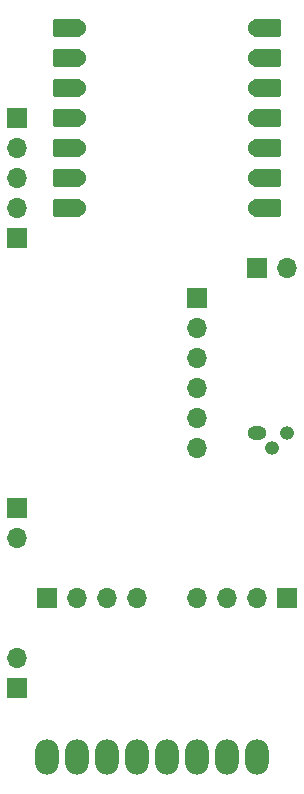
<source format=gts>
%TF.GenerationSoftware,KiCad,Pcbnew,8.0.5*%
%TF.CreationDate,2024-11-23T17:52:30+00:00*%
%TF.ProjectId,DataGadget,44617461-4761-4646-9765-742e6b696361,rev?*%
%TF.SameCoordinates,Original*%
%TF.FileFunction,Soldermask,Top*%
%TF.FilePolarity,Negative*%
%FSLAX46Y46*%
G04 Gerber Fmt 4.6, Leading zero omitted, Abs format (unit mm)*
G04 Created by KiCad (PCBNEW 8.0.5) date 2024-11-23 17:52:30*
%MOMM*%
%LPD*%
G01*
G04 APERTURE LIST*
G04 Aperture macros list*
%AMRoundRect*
0 Rectangle with rounded corners*
0 $1 Rounding radius*
0 $2 $3 $4 $5 $6 $7 $8 $9 X,Y pos of 4 corners*
0 Add a 4 corners polygon primitive as box body*
4,1,4,$2,$3,$4,$5,$6,$7,$8,$9,$2,$3,0*
0 Add four circle primitives for the rounded corners*
1,1,$1+$1,$2,$3*
1,1,$1+$1,$4,$5*
1,1,$1+$1,$6,$7*
1,1,$1+$1,$8,$9*
0 Add four rect primitives between the rounded corners*
20,1,$1+$1,$2,$3,$4,$5,0*
20,1,$1+$1,$4,$5,$6,$7,0*
20,1,$1+$1,$6,$7,$8,$9,0*
20,1,$1+$1,$8,$9,$2,$3,0*%
G04 Aperture macros list end*
%ADD10R,1.700000X1.700000*%
%ADD11O,1.700000X1.700000*%
%ADD12O,2.000000X3.000000*%
%ADD13RoundRect,0.152400X1.063600X0.609600X-1.063600X0.609600X-1.063600X-0.609600X1.063600X-0.609600X0*%
%ADD14C,1.524000*%
%ADD15RoundRect,0.152400X-1.063600X-0.609600X1.063600X-0.609600X1.063600X0.609600X-1.063600X0.609600X0*%
%ADD16O,1.600000X1.200000*%
%ADD17O,1.200000X1.200000*%
G04 APERTURE END LIST*
D10*
%TO.C,A1*%
X83820000Y-127000000D03*
D11*
X86360000Y-127000000D03*
X88900000Y-127000000D03*
X91440000Y-127000000D03*
%TD*%
D10*
%TO.C,J1*%
X104140000Y-127000000D03*
D11*
X101600000Y-127000000D03*
X99060000Y-127000000D03*
X96520000Y-127000000D03*
%TD*%
D10*
%TO.C,A3*%
X96520000Y-101600000D03*
D11*
X96520000Y-104140000D03*
X96520000Y-106680000D03*
X96520000Y-109220000D03*
X96520000Y-111760000D03*
X96520000Y-114300000D03*
%TD*%
D10*
%TO.C,BT1*%
X81280000Y-119380000D03*
D11*
X81280000Y-121920000D03*
%TD*%
D10*
%TO.C,SW1*%
X81280000Y-86360000D03*
D11*
X81280000Y-88900000D03*
X81280000Y-91440000D03*
%TD*%
D10*
%TO.C,J2*%
X81280000Y-96520000D03*
D11*
X81280000Y-93980000D03*
%TD*%
D12*
%TO.C,J4*%
X101600000Y-140500000D03*
X99060000Y-140500000D03*
X96520000Y-140500000D03*
X93980000Y-140500000D03*
X91440000Y-140500000D03*
X88900000Y-140500000D03*
X86360000Y-140500000D03*
X83820000Y-140500000D03*
%TD*%
D10*
%TO.C,C1*%
X101600000Y-99060000D03*
D11*
X104140000Y-99060000D03*
%TD*%
D13*
%TO.C,A2*%
X85525000Y-78740000D03*
D14*
X86360000Y-78740000D03*
D13*
X85525000Y-81280000D03*
D14*
X86360000Y-81280000D03*
D13*
X85525000Y-83820000D03*
D14*
X86360000Y-83820000D03*
D13*
X85525000Y-86360000D03*
D14*
X86360000Y-86360000D03*
D13*
X85525000Y-88900000D03*
D14*
X86360000Y-88900000D03*
D13*
X85525000Y-91440000D03*
D14*
X86360000Y-91440000D03*
D13*
X85525000Y-93980000D03*
D14*
X86360000Y-93980000D03*
X101600000Y-93980000D03*
D15*
X102435000Y-93980000D03*
D14*
X101600000Y-91440000D03*
D15*
X102435000Y-91440000D03*
D14*
X101600000Y-88900000D03*
D15*
X102435000Y-88900000D03*
D14*
X101600000Y-86360000D03*
D15*
X102435000Y-86360000D03*
D14*
X101600000Y-83820000D03*
D15*
X102435000Y-83820000D03*
D14*
X101600000Y-81280000D03*
D15*
X102435000Y-81280000D03*
D14*
X101600000Y-78740000D03*
D15*
X102435000Y-78740000D03*
%TD*%
D10*
%TO.C,J3*%
X81280000Y-134620000D03*
D11*
X81280000Y-132080000D03*
%TD*%
D16*
%TO.C,Q1*%
X101600000Y-113000000D03*
D17*
X102870000Y-114270000D03*
X104140000Y-113000000D03*
%TD*%
M02*

</source>
